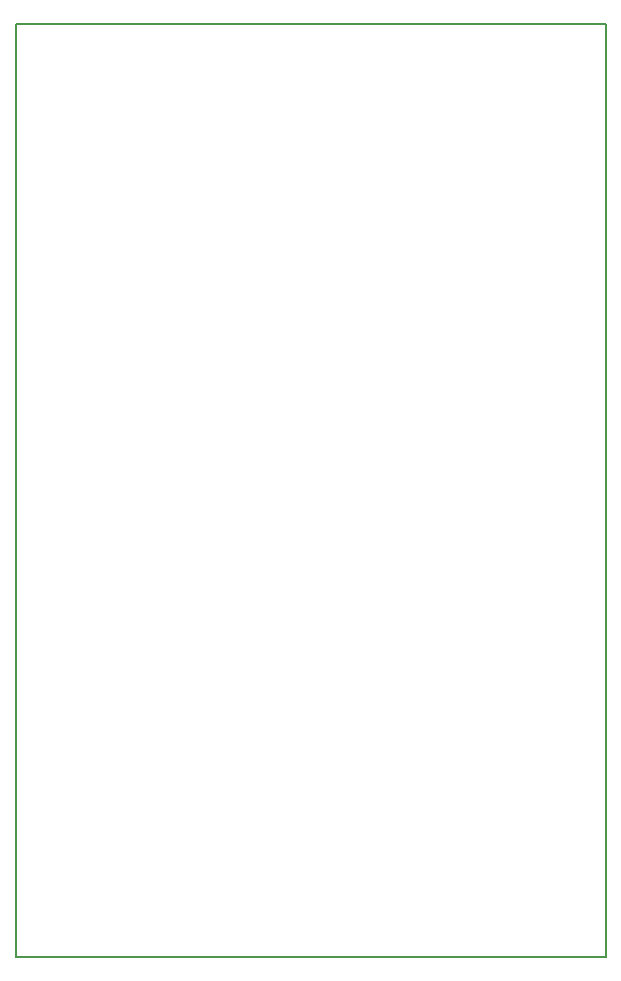
<source format=gm1>
%FSLAX43Y43*%
%MOMM*%
G71*
G01*
G75*
G04 Layer_Color=16711935*
%ADD10C,0.381*%
%ADD11C,11.500*%
%ADD12C,3.000*%
%ADD13C,0.800*%
%ADD14R,0.650X1.100*%
%ADD15R,3.937X2.921*%
%ADD16R,1.200X1.400*%
%ADD17R,1.000X1.000*%
%ADD18R,1.000X1.000*%
%ADD19R,0.900X1.000*%
%ADD20R,1.000X0.900*%
%ADD21R,2.000X1.650*%
%ADD22R,1.150X1.400*%
%ADD23R,0.900X0.950*%
%ADD24R,0.900X0.950*%
%ADD25R,1.500X1.600*%
%ADD26R,0.650X1.200*%
%ADD27C,0.203*%
%ADD28C,0.254*%
%ADD29C,0.508*%
%ADD30C,0.635*%
%ADD31C,3.810*%
%ADD32C,3.175*%
%ADD33C,2.032*%
%ADD34C,0.889*%
%ADD35C,11.000*%
%ADD36R,1.000X4.500*%
%ADD37R,1.000X2.500*%
%ADD38R,6.500X0.750*%
%ADD39R,4.000X2.500*%
%ADD40R,1.750X5.250*%
%ADD41R,5.500X2.250*%
%ADD42R,1.500X9.500*%
%ADD43R,9.500X1.000*%
%ADD44R,3.250X10.250*%
%ADD45R,0.750X4.000*%
%ADD46R,16.500X1.750*%
%ADD47R,16.500X1.500*%
%ADD48C,4.000*%
%ADD49C,2.100*%
%ADD50C,3.102*%
%ADD51R,3.750X13.000*%
%ADD52R,0.752X1.202*%
%ADD53R,4.039X3.023*%
%ADD54R,1.302X1.502*%
%ADD55R,1.102X1.102*%
%ADD56R,1.102X1.102*%
%ADD57R,1.002X1.102*%
%ADD58R,1.102X1.002*%
%ADD59R,2.102X1.752*%
%ADD60R,1.252X1.502*%
%ADD61R,1.002X1.052*%
%ADD62R,1.002X1.052*%
%ADD63R,1.602X1.702*%
%ADD64R,0.752X1.302*%
%ADD65C,0.250*%
%ADD66C,0.400*%
%ADD67C,0.200*%
%ADD68C,0.076*%
%ADD69C,0.127*%
%ADD70C,0.102*%
%ADD71C,0.025*%
%ADD72R,1.750X0.750*%
%ADD73R,0.750X2.250*%
D69*
X0Y0D02*
Y79000D01*
X50000D01*
Y0D02*
Y79000D01*
X0Y0D02*
X50000D01*
M02*

</source>
